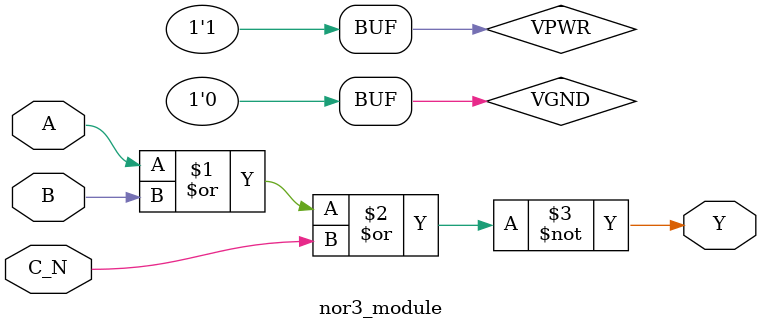
<source format=v>
module nor3_module (
    input A,
    input B,
    input C_N,
    output Y
);

    // Voltage supply signals
    supply1 VPWR;
    supply0 VGND;

    assign Y = ~(A | B | C_N);

endmodule
</source>
